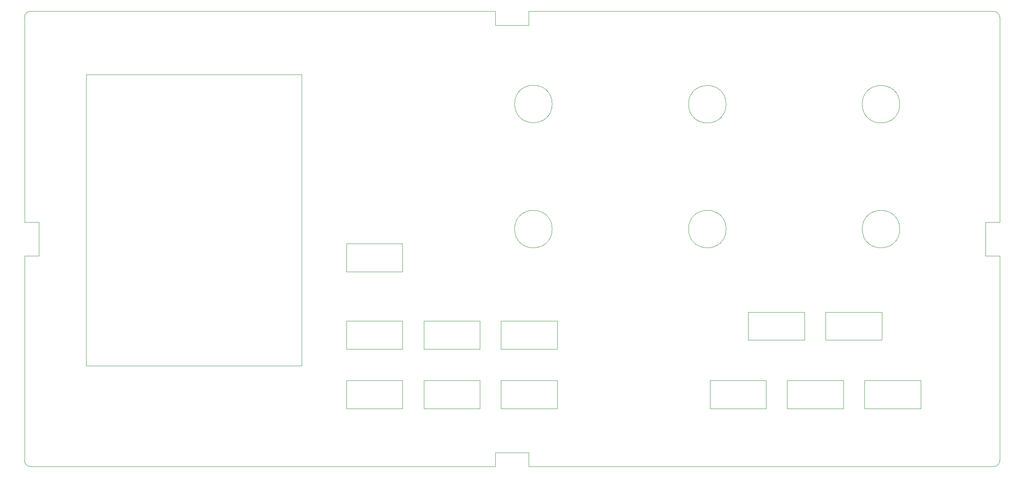
<source format=gbr>
G04 #@! TF.GenerationSoftware,KiCad,Pcbnew,(5.1.8)-1*
G04 #@! TF.CreationDate,2021-03-16T09:30:59+01:00*
G04 #@! TF.ProjectId,pfm3_topsurface,70666d33-5f74-46f7-9073-757266616365,v1.2 / 176*
G04 #@! TF.SameCoordinates,Original*
G04 #@! TF.FileFunction,Profile,NP*
%FSLAX46Y46*%
G04 Gerber Fmt 4.6, Leading zero omitted, Abs format (unit mm)*
G04 Created by KiCad (PCBNEW (5.1.8)-1) date 2021-03-16 09:30:59*
%MOMM*%
%LPD*%
G01*
G04 APERTURE LIST*
G04 #@! TA.AperFunction,Profile*
%ADD10C,0.050000*%
G04 #@! TD*
G04 APERTURE END LIST*
D10*
X103050000Y-46550000D02*
X57050000Y-46550000D01*
X144399000Y-130175000D02*
X144399000Y-127190500D01*
X45212000Y-130175000D02*
X144399000Y-130175000D01*
X144399000Y-127190500D02*
X151511000Y-127190500D01*
X151511000Y-130175000D02*
X151511000Y-127190500D01*
X151511000Y-130175000D02*
X250698000Y-130175000D01*
X151511000Y-36004500D02*
X144399000Y-36004500D01*
X151511000Y-33020000D02*
X151511000Y-36004500D01*
X144399000Y-33020000D02*
X144399000Y-36004500D01*
X250698000Y-33020000D02*
X151511000Y-33020000D01*
X144399000Y-33020000D02*
X45212000Y-33020000D01*
X248920000Y-78000000D02*
X251968000Y-78000000D01*
X251968000Y-85196500D02*
X248920000Y-85196500D01*
X248920000Y-85196500D02*
X248920000Y-78000000D01*
X251968000Y-78000000D02*
X251968000Y-34290000D01*
X251968000Y-128905000D02*
X251968000Y-85196500D01*
X46990000Y-85200000D02*
X43942000Y-85200000D01*
X46990000Y-77998500D02*
X46990000Y-85200000D01*
X43942000Y-77998500D02*
X46990000Y-77998500D01*
X43942000Y-85200000D02*
X43942000Y-128905000D01*
X156500000Y-79500000D02*
G75*
G03*
X156500000Y-79500000I-4000000J0D01*
G01*
X193600000Y-79500000D02*
G75*
G03*
X193600000Y-79500000I-4000000J0D01*
G01*
X230650000Y-79500000D02*
G75*
G03*
X230650000Y-79500000I-4000000J0D01*
G01*
X230650000Y-52850000D02*
G75*
G03*
X230650000Y-52850000I-4000000J0D01*
G01*
X193600000Y-52850000D02*
G75*
G03*
X193600000Y-52850000I-4000000J0D01*
G01*
X156500000Y-52800000D02*
G75*
G03*
X156500000Y-52800000I-4000000J0D01*
G01*
X129100000Y-117800000D02*
X129100000Y-111800000D01*
X112600000Y-117800000D02*
X112600000Y-111800000D01*
X141100000Y-117800000D02*
X129100000Y-117800000D01*
X141100000Y-111800000D02*
X141100000Y-117800000D01*
X124600000Y-117800000D02*
X112600000Y-117800000D01*
X124600000Y-111800000D02*
X124600000Y-117800000D01*
X112600000Y-111800000D02*
X124600000Y-111800000D01*
X129100000Y-111800000D02*
X141100000Y-111800000D01*
X145600000Y-117800000D02*
X145600000Y-111800000D01*
X214850000Y-97200000D02*
X226850000Y-97200000D01*
X198350000Y-103200000D02*
X198350000Y-97200000D01*
X210350000Y-97200000D02*
X210350000Y-103200000D01*
X210350000Y-103200000D02*
X198350000Y-103200000D01*
X214850000Y-103200000D02*
X214850000Y-97200000D01*
X226850000Y-103200000D02*
X214850000Y-103200000D01*
X226850000Y-97200000D02*
X226850000Y-103200000D01*
X198350000Y-97200000D02*
X210350000Y-97200000D01*
X206650000Y-117800000D02*
X206650000Y-111800000D01*
X223150000Y-111800000D02*
X235150000Y-111800000D01*
X206650000Y-111800000D02*
X218650000Y-111800000D01*
X190150000Y-111800000D02*
X202150000Y-111800000D01*
X202150000Y-117800000D02*
X190150000Y-117800000D01*
X235150000Y-111800000D02*
X235150000Y-117800000D01*
X218650000Y-117800000D02*
X206650000Y-117800000D01*
X223150000Y-117800000D02*
X223150000Y-111800000D01*
X235150000Y-117800000D02*
X223150000Y-117800000D01*
X190150000Y-117800000D02*
X190150000Y-111800000D01*
X202150000Y-111800000D02*
X202150000Y-117800000D01*
X218650000Y-111800000D02*
X218650000Y-117800000D01*
X145600000Y-105100000D02*
X145600000Y-99100000D01*
X145600000Y-99100000D02*
X157600000Y-99100000D01*
X145600000Y-111800000D02*
X157600000Y-111800000D01*
X157600000Y-105100000D02*
X145600000Y-105100000D01*
X157600000Y-111800000D02*
X157600000Y-117800000D01*
X157600000Y-117800000D02*
X145600000Y-117800000D01*
X157600000Y-99100000D02*
X157600000Y-105100000D01*
X129100000Y-99100000D02*
X141100000Y-99100000D01*
X141100000Y-105100000D02*
X129100000Y-105100000D01*
X129100000Y-105100000D02*
X129100000Y-99100000D01*
X141100000Y-99100000D02*
X141100000Y-105100000D01*
X124600000Y-99100000D02*
X124600000Y-105100000D01*
X112600000Y-99100000D02*
X124600000Y-99100000D01*
X124600000Y-105100000D02*
X112600000Y-105100000D01*
X112600000Y-105100000D02*
X112600000Y-99100000D01*
X124600000Y-88600000D02*
X112600000Y-88600000D01*
X124600000Y-82600000D02*
X124600000Y-88600000D01*
X112600000Y-82600000D02*
X124600000Y-82600000D01*
X112600000Y-88600000D02*
X112600000Y-82600000D01*
X250698000Y-33020000D02*
G75*
G02*
X251968000Y-34290000I0J-1270000D01*
G01*
X251968000Y-128905000D02*
G75*
G02*
X250698000Y-130175000I-1270000J0D01*
G01*
X45212000Y-130175000D02*
G75*
G02*
X43942000Y-128905000I0J1270000D01*
G01*
X43942000Y-34290000D02*
G75*
G02*
X45212000Y-33020000I1270000J0D01*
G01*
X57050000Y-46550000D02*
X57050000Y-108700000D01*
X103050000Y-108700000D02*
X103050000Y-46550000D01*
X57050000Y-108700000D02*
X103050000Y-108700000D01*
X43942000Y-34290000D02*
X43942000Y-77998500D01*
M02*

</source>
